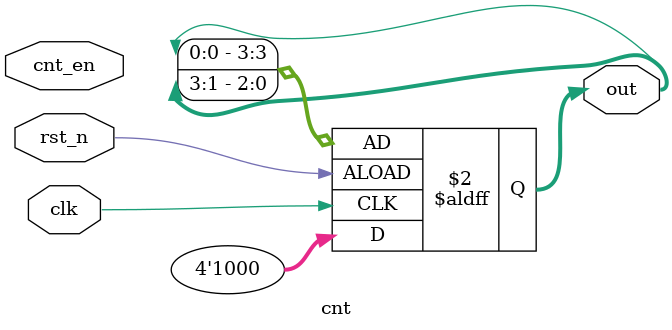
<source format=v>
`timescale 1ns / 1ps




 

`timescale 1ns/1ps

module cnt #(parameter COUNT=100)(

input clk,

input rst_n,

input cnt_en,

output reg [3:0]out

    );

reg set;   

 

always@(posedge clk or negedge rst_n)
if(rst_n) begin
out <= 4'b1000;
end
else begin
out <= {out[0], out[3:1]};
end 
endmodule

</source>
